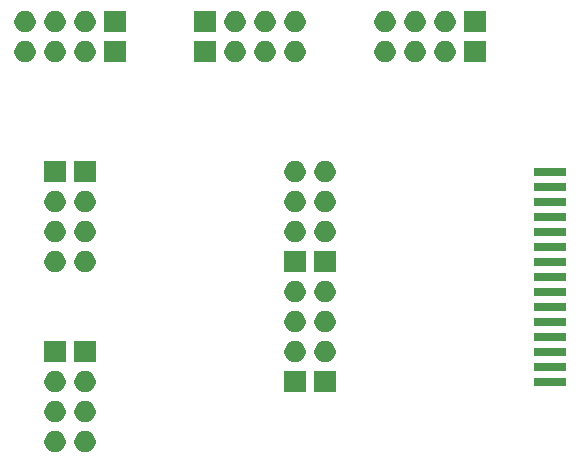
<source format=gbr>
G04 #@! TF.GenerationSoftware,KiCad,Pcbnew,(5.1.5)-3*
G04 #@! TF.CreationDate,2020-01-25T21:01:36+03:00*
G04 #@! TF.ProjectId,Casio VX Debug Unit,43617369-6f20-4565-9820-446562756720,rev?*
G04 #@! TF.SameCoordinates,Original*
G04 #@! TF.FileFunction,Soldermask,Bot*
G04 #@! TF.FilePolarity,Negative*
%FSLAX46Y46*%
G04 Gerber Fmt 4.6, Leading zero omitted, Abs format (unit mm)*
G04 Created by KiCad (PCBNEW (5.1.5)-3) date 2020-01-25 21:01:36*
%MOMM*%
%LPD*%
G04 APERTURE LIST*
%ADD10C,0.100000*%
G04 APERTURE END LIST*
D10*
G36*
X177913512Y-123563927D02*
G01*
X178062812Y-123593624D01*
X178226784Y-123661544D01*
X178374354Y-123760147D01*
X178499853Y-123885646D01*
X178598456Y-124033216D01*
X178666376Y-124197188D01*
X178701000Y-124371259D01*
X178701000Y-124548741D01*
X178666376Y-124722812D01*
X178598456Y-124886784D01*
X178499853Y-125034354D01*
X178374354Y-125159853D01*
X178226784Y-125258456D01*
X178062812Y-125326376D01*
X177913512Y-125356073D01*
X177888742Y-125361000D01*
X177711258Y-125361000D01*
X177686488Y-125356073D01*
X177537188Y-125326376D01*
X177373216Y-125258456D01*
X177225646Y-125159853D01*
X177100147Y-125034354D01*
X177001544Y-124886784D01*
X176933624Y-124722812D01*
X176899000Y-124548741D01*
X176899000Y-124371259D01*
X176933624Y-124197188D01*
X177001544Y-124033216D01*
X177100147Y-123885646D01*
X177225646Y-123760147D01*
X177373216Y-123661544D01*
X177537188Y-123593624D01*
X177686488Y-123563927D01*
X177711258Y-123559000D01*
X177888742Y-123559000D01*
X177913512Y-123563927D01*
G37*
G36*
X175373512Y-123563927D02*
G01*
X175522812Y-123593624D01*
X175686784Y-123661544D01*
X175834354Y-123760147D01*
X175959853Y-123885646D01*
X176058456Y-124033216D01*
X176126376Y-124197188D01*
X176161000Y-124371259D01*
X176161000Y-124548741D01*
X176126376Y-124722812D01*
X176058456Y-124886784D01*
X175959853Y-125034354D01*
X175834354Y-125159853D01*
X175686784Y-125258456D01*
X175522812Y-125326376D01*
X175373512Y-125356073D01*
X175348742Y-125361000D01*
X175171258Y-125361000D01*
X175146488Y-125356073D01*
X174997188Y-125326376D01*
X174833216Y-125258456D01*
X174685646Y-125159853D01*
X174560147Y-125034354D01*
X174461544Y-124886784D01*
X174393624Y-124722812D01*
X174359000Y-124548741D01*
X174359000Y-124371259D01*
X174393624Y-124197188D01*
X174461544Y-124033216D01*
X174560147Y-123885646D01*
X174685646Y-123760147D01*
X174833216Y-123661544D01*
X174997188Y-123593624D01*
X175146488Y-123563927D01*
X175171258Y-123559000D01*
X175348742Y-123559000D01*
X175373512Y-123563927D01*
G37*
G36*
X177913512Y-121023927D02*
G01*
X178062812Y-121053624D01*
X178226784Y-121121544D01*
X178374354Y-121220147D01*
X178499853Y-121345646D01*
X178598456Y-121493216D01*
X178666376Y-121657188D01*
X178701000Y-121831259D01*
X178701000Y-122008741D01*
X178666376Y-122182812D01*
X178598456Y-122346784D01*
X178499853Y-122494354D01*
X178374354Y-122619853D01*
X178226784Y-122718456D01*
X178062812Y-122786376D01*
X177913512Y-122816073D01*
X177888742Y-122821000D01*
X177711258Y-122821000D01*
X177686488Y-122816073D01*
X177537188Y-122786376D01*
X177373216Y-122718456D01*
X177225646Y-122619853D01*
X177100147Y-122494354D01*
X177001544Y-122346784D01*
X176933624Y-122182812D01*
X176899000Y-122008741D01*
X176899000Y-121831259D01*
X176933624Y-121657188D01*
X177001544Y-121493216D01*
X177100147Y-121345646D01*
X177225646Y-121220147D01*
X177373216Y-121121544D01*
X177537188Y-121053624D01*
X177686488Y-121023927D01*
X177711258Y-121019000D01*
X177888742Y-121019000D01*
X177913512Y-121023927D01*
G37*
G36*
X175373512Y-121023927D02*
G01*
X175522812Y-121053624D01*
X175686784Y-121121544D01*
X175834354Y-121220147D01*
X175959853Y-121345646D01*
X176058456Y-121493216D01*
X176126376Y-121657188D01*
X176161000Y-121831259D01*
X176161000Y-122008741D01*
X176126376Y-122182812D01*
X176058456Y-122346784D01*
X175959853Y-122494354D01*
X175834354Y-122619853D01*
X175686784Y-122718456D01*
X175522812Y-122786376D01*
X175373512Y-122816073D01*
X175348742Y-122821000D01*
X175171258Y-122821000D01*
X175146488Y-122816073D01*
X174997188Y-122786376D01*
X174833216Y-122718456D01*
X174685646Y-122619853D01*
X174560147Y-122494354D01*
X174461544Y-122346784D01*
X174393624Y-122182812D01*
X174359000Y-122008741D01*
X174359000Y-121831259D01*
X174393624Y-121657188D01*
X174461544Y-121493216D01*
X174560147Y-121345646D01*
X174685646Y-121220147D01*
X174833216Y-121121544D01*
X174997188Y-121053624D01*
X175146488Y-121023927D01*
X175171258Y-121019000D01*
X175348742Y-121019000D01*
X175373512Y-121023927D01*
G37*
G36*
X196481000Y-120281000D02*
G01*
X194679000Y-120281000D01*
X194679000Y-118479000D01*
X196481000Y-118479000D01*
X196481000Y-120281000D01*
G37*
G36*
X177913512Y-118483927D02*
G01*
X178062812Y-118513624D01*
X178226784Y-118581544D01*
X178374354Y-118680147D01*
X178499853Y-118805646D01*
X178598456Y-118953216D01*
X178666376Y-119117188D01*
X178701000Y-119291259D01*
X178701000Y-119468741D01*
X178666376Y-119642812D01*
X178598456Y-119806784D01*
X178499853Y-119954354D01*
X178374354Y-120079853D01*
X178226784Y-120178456D01*
X178062812Y-120246376D01*
X177913512Y-120276073D01*
X177888742Y-120281000D01*
X177711258Y-120281000D01*
X177686488Y-120276073D01*
X177537188Y-120246376D01*
X177373216Y-120178456D01*
X177225646Y-120079853D01*
X177100147Y-119954354D01*
X177001544Y-119806784D01*
X176933624Y-119642812D01*
X176899000Y-119468741D01*
X176899000Y-119291259D01*
X176933624Y-119117188D01*
X177001544Y-118953216D01*
X177100147Y-118805646D01*
X177225646Y-118680147D01*
X177373216Y-118581544D01*
X177537188Y-118513624D01*
X177686488Y-118483927D01*
X177711258Y-118479000D01*
X177888742Y-118479000D01*
X177913512Y-118483927D01*
G37*
G36*
X175373512Y-118483927D02*
G01*
X175522812Y-118513624D01*
X175686784Y-118581544D01*
X175834354Y-118680147D01*
X175959853Y-118805646D01*
X176058456Y-118953216D01*
X176126376Y-119117188D01*
X176161000Y-119291259D01*
X176161000Y-119468741D01*
X176126376Y-119642812D01*
X176058456Y-119806784D01*
X175959853Y-119954354D01*
X175834354Y-120079853D01*
X175686784Y-120178456D01*
X175522812Y-120246376D01*
X175373512Y-120276073D01*
X175348742Y-120281000D01*
X175171258Y-120281000D01*
X175146488Y-120276073D01*
X174997188Y-120246376D01*
X174833216Y-120178456D01*
X174685646Y-120079853D01*
X174560147Y-119954354D01*
X174461544Y-119806784D01*
X174393624Y-119642812D01*
X174359000Y-119468741D01*
X174359000Y-119291259D01*
X174393624Y-119117188D01*
X174461544Y-118953216D01*
X174560147Y-118805646D01*
X174685646Y-118680147D01*
X174833216Y-118581544D01*
X174997188Y-118513624D01*
X175146488Y-118483927D01*
X175171258Y-118479000D01*
X175348742Y-118479000D01*
X175373512Y-118483927D01*
G37*
G36*
X199021000Y-120281000D02*
G01*
X197219000Y-120281000D01*
X197219000Y-118479000D01*
X199021000Y-118479000D01*
X199021000Y-120281000D01*
G37*
G36*
X218491000Y-119731000D02*
G01*
X215849000Y-119731000D01*
X215849000Y-119029000D01*
X218491000Y-119029000D01*
X218491000Y-119731000D01*
G37*
G36*
X218491000Y-118461000D02*
G01*
X215849000Y-118461000D01*
X215849000Y-117759000D01*
X218491000Y-117759000D01*
X218491000Y-118461000D01*
G37*
G36*
X176161000Y-117741000D02*
G01*
X174359000Y-117741000D01*
X174359000Y-115939000D01*
X176161000Y-115939000D01*
X176161000Y-117741000D01*
G37*
G36*
X195693512Y-115943927D02*
G01*
X195842812Y-115973624D01*
X196006784Y-116041544D01*
X196154354Y-116140147D01*
X196279853Y-116265646D01*
X196378456Y-116413216D01*
X196446376Y-116577188D01*
X196481000Y-116751259D01*
X196481000Y-116928741D01*
X196446376Y-117102812D01*
X196378456Y-117266784D01*
X196279853Y-117414354D01*
X196154354Y-117539853D01*
X196006784Y-117638456D01*
X195842812Y-117706376D01*
X195693512Y-117736073D01*
X195668742Y-117741000D01*
X195491258Y-117741000D01*
X195466488Y-117736073D01*
X195317188Y-117706376D01*
X195153216Y-117638456D01*
X195005646Y-117539853D01*
X194880147Y-117414354D01*
X194781544Y-117266784D01*
X194713624Y-117102812D01*
X194679000Y-116928741D01*
X194679000Y-116751259D01*
X194713624Y-116577188D01*
X194781544Y-116413216D01*
X194880147Y-116265646D01*
X195005646Y-116140147D01*
X195153216Y-116041544D01*
X195317188Y-115973624D01*
X195466488Y-115943927D01*
X195491258Y-115939000D01*
X195668742Y-115939000D01*
X195693512Y-115943927D01*
G37*
G36*
X178701000Y-117741000D02*
G01*
X176899000Y-117741000D01*
X176899000Y-115939000D01*
X178701000Y-115939000D01*
X178701000Y-117741000D01*
G37*
G36*
X198233512Y-115943927D02*
G01*
X198382812Y-115973624D01*
X198546784Y-116041544D01*
X198694354Y-116140147D01*
X198819853Y-116265646D01*
X198918456Y-116413216D01*
X198986376Y-116577188D01*
X199021000Y-116751259D01*
X199021000Y-116928741D01*
X198986376Y-117102812D01*
X198918456Y-117266784D01*
X198819853Y-117414354D01*
X198694354Y-117539853D01*
X198546784Y-117638456D01*
X198382812Y-117706376D01*
X198233512Y-117736073D01*
X198208742Y-117741000D01*
X198031258Y-117741000D01*
X198006488Y-117736073D01*
X197857188Y-117706376D01*
X197693216Y-117638456D01*
X197545646Y-117539853D01*
X197420147Y-117414354D01*
X197321544Y-117266784D01*
X197253624Y-117102812D01*
X197219000Y-116928741D01*
X197219000Y-116751259D01*
X197253624Y-116577188D01*
X197321544Y-116413216D01*
X197420147Y-116265646D01*
X197545646Y-116140147D01*
X197693216Y-116041544D01*
X197857188Y-115973624D01*
X198006488Y-115943927D01*
X198031258Y-115939000D01*
X198208742Y-115939000D01*
X198233512Y-115943927D01*
G37*
G36*
X218491000Y-117191000D02*
G01*
X215849000Y-117191000D01*
X215849000Y-116489000D01*
X218491000Y-116489000D01*
X218491000Y-117191000D01*
G37*
G36*
X218491000Y-115921000D02*
G01*
X215849000Y-115921000D01*
X215849000Y-115219000D01*
X218491000Y-115219000D01*
X218491000Y-115921000D01*
G37*
G36*
X198233512Y-113403927D02*
G01*
X198382812Y-113433624D01*
X198546784Y-113501544D01*
X198694354Y-113600147D01*
X198819853Y-113725646D01*
X198918456Y-113873216D01*
X198986376Y-114037188D01*
X199021000Y-114211259D01*
X199021000Y-114388741D01*
X198986376Y-114562812D01*
X198918456Y-114726784D01*
X198819853Y-114874354D01*
X198694354Y-114999853D01*
X198546784Y-115098456D01*
X198382812Y-115166376D01*
X198233512Y-115196073D01*
X198208742Y-115201000D01*
X198031258Y-115201000D01*
X198006488Y-115196073D01*
X197857188Y-115166376D01*
X197693216Y-115098456D01*
X197545646Y-114999853D01*
X197420147Y-114874354D01*
X197321544Y-114726784D01*
X197253624Y-114562812D01*
X197219000Y-114388741D01*
X197219000Y-114211259D01*
X197253624Y-114037188D01*
X197321544Y-113873216D01*
X197420147Y-113725646D01*
X197545646Y-113600147D01*
X197693216Y-113501544D01*
X197857188Y-113433624D01*
X198006488Y-113403927D01*
X198031258Y-113399000D01*
X198208742Y-113399000D01*
X198233512Y-113403927D01*
G37*
G36*
X195693512Y-113403927D02*
G01*
X195842812Y-113433624D01*
X196006784Y-113501544D01*
X196154354Y-113600147D01*
X196279853Y-113725646D01*
X196378456Y-113873216D01*
X196446376Y-114037188D01*
X196481000Y-114211259D01*
X196481000Y-114388741D01*
X196446376Y-114562812D01*
X196378456Y-114726784D01*
X196279853Y-114874354D01*
X196154354Y-114999853D01*
X196006784Y-115098456D01*
X195842812Y-115166376D01*
X195693512Y-115196073D01*
X195668742Y-115201000D01*
X195491258Y-115201000D01*
X195466488Y-115196073D01*
X195317188Y-115166376D01*
X195153216Y-115098456D01*
X195005646Y-114999853D01*
X194880147Y-114874354D01*
X194781544Y-114726784D01*
X194713624Y-114562812D01*
X194679000Y-114388741D01*
X194679000Y-114211259D01*
X194713624Y-114037188D01*
X194781544Y-113873216D01*
X194880147Y-113725646D01*
X195005646Y-113600147D01*
X195153216Y-113501544D01*
X195317188Y-113433624D01*
X195466488Y-113403927D01*
X195491258Y-113399000D01*
X195668742Y-113399000D01*
X195693512Y-113403927D01*
G37*
G36*
X218491000Y-114651000D02*
G01*
X215849000Y-114651000D01*
X215849000Y-113949000D01*
X218491000Y-113949000D01*
X218491000Y-114651000D01*
G37*
G36*
X218491000Y-113381000D02*
G01*
X215849000Y-113381000D01*
X215849000Y-112679000D01*
X218491000Y-112679000D01*
X218491000Y-113381000D01*
G37*
G36*
X195693512Y-110863927D02*
G01*
X195842812Y-110893624D01*
X196006784Y-110961544D01*
X196154354Y-111060147D01*
X196279853Y-111185646D01*
X196378456Y-111333216D01*
X196446376Y-111497188D01*
X196481000Y-111671259D01*
X196481000Y-111848741D01*
X196446376Y-112022812D01*
X196378456Y-112186784D01*
X196279853Y-112334354D01*
X196154354Y-112459853D01*
X196006784Y-112558456D01*
X195842812Y-112626376D01*
X195693512Y-112656073D01*
X195668742Y-112661000D01*
X195491258Y-112661000D01*
X195466488Y-112656073D01*
X195317188Y-112626376D01*
X195153216Y-112558456D01*
X195005646Y-112459853D01*
X194880147Y-112334354D01*
X194781544Y-112186784D01*
X194713624Y-112022812D01*
X194679000Y-111848741D01*
X194679000Y-111671259D01*
X194713624Y-111497188D01*
X194781544Y-111333216D01*
X194880147Y-111185646D01*
X195005646Y-111060147D01*
X195153216Y-110961544D01*
X195317188Y-110893624D01*
X195466488Y-110863927D01*
X195491258Y-110859000D01*
X195668742Y-110859000D01*
X195693512Y-110863927D01*
G37*
G36*
X198233512Y-110863927D02*
G01*
X198382812Y-110893624D01*
X198546784Y-110961544D01*
X198694354Y-111060147D01*
X198819853Y-111185646D01*
X198918456Y-111333216D01*
X198986376Y-111497188D01*
X199021000Y-111671259D01*
X199021000Y-111848741D01*
X198986376Y-112022812D01*
X198918456Y-112186784D01*
X198819853Y-112334354D01*
X198694354Y-112459853D01*
X198546784Y-112558456D01*
X198382812Y-112626376D01*
X198233512Y-112656073D01*
X198208742Y-112661000D01*
X198031258Y-112661000D01*
X198006488Y-112656073D01*
X197857188Y-112626376D01*
X197693216Y-112558456D01*
X197545646Y-112459853D01*
X197420147Y-112334354D01*
X197321544Y-112186784D01*
X197253624Y-112022812D01*
X197219000Y-111848741D01*
X197219000Y-111671259D01*
X197253624Y-111497188D01*
X197321544Y-111333216D01*
X197420147Y-111185646D01*
X197545646Y-111060147D01*
X197693216Y-110961544D01*
X197857188Y-110893624D01*
X198006488Y-110863927D01*
X198031258Y-110859000D01*
X198208742Y-110859000D01*
X198233512Y-110863927D01*
G37*
G36*
X218491000Y-112111000D02*
G01*
X215849000Y-112111000D01*
X215849000Y-111409000D01*
X218491000Y-111409000D01*
X218491000Y-112111000D01*
G37*
G36*
X218491000Y-110841000D02*
G01*
X215849000Y-110841000D01*
X215849000Y-110139000D01*
X218491000Y-110139000D01*
X218491000Y-110841000D01*
G37*
G36*
X196481000Y-110121000D02*
G01*
X194679000Y-110121000D01*
X194679000Y-108319000D01*
X196481000Y-108319000D01*
X196481000Y-110121000D01*
G37*
G36*
X199021000Y-110121000D02*
G01*
X197219000Y-110121000D01*
X197219000Y-108319000D01*
X199021000Y-108319000D01*
X199021000Y-110121000D01*
G37*
G36*
X177913512Y-108323927D02*
G01*
X178062812Y-108353624D01*
X178226784Y-108421544D01*
X178374354Y-108520147D01*
X178499853Y-108645646D01*
X178598456Y-108793216D01*
X178666376Y-108957188D01*
X178701000Y-109131259D01*
X178701000Y-109308741D01*
X178666376Y-109482812D01*
X178598456Y-109646784D01*
X178499853Y-109794354D01*
X178374354Y-109919853D01*
X178226784Y-110018456D01*
X178062812Y-110086376D01*
X177913512Y-110116073D01*
X177888742Y-110121000D01*
X177711258Y-110121000D01*
X177686488Y-110116073D01*
X177537188Y-110086376D01*
X177373216Y-110018456D01*
X177225646Y-109919853D01*
X177100147Y-109794354D01*
X177001544Y-109646784D01*
X176933624Y-109482812D01*
X176899000Y-109308741D01*
X176899000Y-109131259D01*
X176933624Y-108957188D01*
X177001544Y-108793216D01*
X177100147Y-108645646D01*
X177225646Y-108520147D01*
X177373216Y-108421544D01*
X177537188Y-108353624D01*
X177686488Y-108323927D01*
X177711258Y-108319000D01*
X177888742Y-108319000D01*
X177913512Y-108323927D01*
G37*
G36*
X175373512Y-108323927D02*
G01*
X175522812Y-108353624D01*
X175686784Y-108421544D01*
X175834354Y-108520147D01*
X175959853Y-108645646D01*
X176058456Y-108793216D01*
X176126376Y-108957188D01*
X176161000Y-109131259D01*
X176161000Y-109308741D01*
X176126376Y-109482812D01*
X176058456Y-109646784D01*
X175959853Y-109794354D01*
X175834354Y-109919853D01*
X175686784Y-110018456D01*
X175522812Y-110086376D01*
X175373512Y-110116073D01*
X175348742Y-110121000D01*
X175171258Y-110121000D01*
X175146488Y-110116073D01*
X174997188Y-110086376D01*
X174833216Y-110018456D01*
X174685646Y-109919853D01*
X174560147Y-109794354D01*
X174461544Y-109646784D01*
X174393624Y-109482812D01*
X174359000Y-109308741D01*
X174359000Y-109131259D01*
X174393624Y-108957188D01*
X174461544Y-108793216D01*
X174560147Y-108645646D01*
X174685646Y-108520147D01*
X174833216Y-108421544D01*
X174997188Y-108353624D01*
X175146488Y-108323927D01*
X175171258Y-108319000D01*
X175348742Y-108319000D01*
X175373512Y-108323927D01*
G37*
G36*
X218491000Y-109571000D02*
G01*
X215849000Y-109571000D01*
X215849000Y-108869000D01*
X218491000Y-108869000D01*
X218491000Y-109571000D01*
G37*
G36*
X218491000Y-108301000D02*
G01*
X215849000Y-108301000D01*
X215849000Y-107599000D01*
X218491000Y-107599000D01*
X218491000Y-108301000D01*
G37*
G36*
X175373512Y-105783927D02*
G01*
X175522812Y-105813624D01*
X175686784Y-105881544D01*
X175834354Y-105980147D01*
X175959853Y-106105646D01*
X176058456Y-106253216D01*
X176126376Y-106417188D01*
X176161000Y-106591259D01*
X176161000Y-106768741D01*
X176126376Y-106942812D01*
X176058456Y-107106784D01*
X175959853Y-107254354D01*
X175834354Y-107379853D01*
X175686784Y-107478456D01*
X175522812Y-107546376D01*
X175373512Y-107576073D01*
X175348742Y-107581000D01*
X175171258Y-107581000D01*
X175146488Y-107576073D01*
X174997188Y-107546376D01*
X174833216Y-107478456D01*
X174685646Y-107379853D01*
X174560147Y-107254354D01*
X174461544Y-107106784D01*
X174393624Y-106942812D01*
X174359000Y-106768741D01*
X174359000Y-106591259D01*
X174393624Y-106417188D01*
X174461544Y-106253216D01*
X174560147Y-106105646D01*
X174685646Y-105980147D01*
X174833216Y-105881544D01*
X174997188Y-105813624D01*
X175146488Y-105783927D01*
X175171258Y-105779000D01*
X175348742Y-105779000D01*
X175373512Y-105783927D01*
G37*
G36*
X177913512Y-105783927D02*
G01*
X178062812Y-105813624D01*
X178226784Y-105881544D01*
X178374354Y-105980147D01*
X178499853Y-106105646D01*
X178598456Y-106253216D01*
X178666376Y-106417188D01*
X178701000Y-106591259D01*
X178701000Y-106768741D01*
X178666376Y-106942812D01*
X178598456Y-107106784D01*
X178499853Y-107254354D01*
X178374354Y-107379853D01*
X178226784Y-107478456D01*
X178062812Y-107546376D01*
X177913512Y-107576073D01*
X177888742Y-107581000D01*
X177711258Y-107581000D01*
X177686488Y-107576073D01*
X177537188Y-107546376D01*
X177373216Y-107478456D01*
X177225646Y-107379853D01*
X177100147Y-107254354D01*
X177001544Y-107106784D01*
X176933624Y-106942812D01*
X176899000Y-106768741D01*
X176899000Y-106591259D01*
X176933624Y-106417188D01*
X177001544Y-106253216D01*
X177100147Y-106105646D01*
X177225646Y-105980147D01*
X177373216Y-105881544D01*
X177537188Y-105813624D01*
X177686488Y-105783927D01*
X177711258Y-105779000D01*
X177888742Y-105779000D01*
X177913512Y-105783927D01*
G37*
G36*
X198233512Y-105783927D02*
G01*
X198382812Y-105813624D01*
X198546784Y-105881544D01*
X198694354Y-105980147D01*
X198819853Y-106105646D01*
X198918456Y-106253216D01*
X198986376Y-106417188D01*
X199021000Y-106591259D01*
X199021000Y-106768741D01*
X198986376Y-106942812D01*
X198918456Y-107106784D01*
X198819853Y-107254354D01*
X198694354Y-107379853D01*
X198546784Y-107478456D01*
X198382812Y-107546376D01*
X198233512Y-107576073D01*
X198208742Y-107581000D01*
X198031258Y-107581000D01*
X198006488Y-107576073D01*
X197857188Y-107546376D01*
X197693216Y-107478456D01*
X197545646Y-107379853D01*
X197420147Y-107254354D01*
X197321544Y-107106784D01*
X197253624Y-106942812D01*
X197219000Y-106768741D01*
X197219000Y-106591259D01*
X197253624Y-106417188D01*
X197321544Y-106253216D01*
X197420147Y-106105646D01*
X197545646Y-105980147D01*
X197693216Y-105881544D01*
X197857188Y-105813624D01*
X198006488Y-105783927D01*
X198031258Y-105779000D01*
X198208742Y-105779000D01*
X198233512Y-105783927D01*
G37*
G36*
X195693512Y-105783927D02*
G01*
X195842812Y-105813624D01*
X196006784Y-105881544D01*
X196154354Y-105980147D01*
X196279853Y-106105646D01*
X196378456Y-106253216D01*
X196446376Y-106417188D01*
X196481000Y-106591259D01*
X196481000Y-106768741D01*
X196446376Y-106942812D01*
X196378456Y-107106784D01*
X196279853Y-107254354D01*
X196154354Y-107379853D01*
X196006784Y-107478456D01*
X195842812Y-107546376D01*
X195693512Y-107576073D01*
X195668742Y-107581000D01*
X195491258Y-107581000D01*
X195466488Y-107576073D01*
X195317188Y-107546376D01*
X195153216Y-107478456D01*
X195005646Y-107379853D01*
X194880147Y-107254354D01*
X194781544Y-107106784D01*
X194713624Y-106942812D01*
X194679000Y-106768741D01*
X194679000Y-106591259D01*
X194713624Y-106417188D01*
X194781544Y-106253216D01*
X194880147Y-106105646D01*
X195005646Y-105980147D01*
X195153216Y-105881544D01*
X195317188Y-105813624D01*
X195466488Y-105783927D01*
X195491258Y-105779000D01*
X195668742Y-105779000D01*
X195693512Y-105783927D01*
G37*
G36*
X218491000Y-107031000D02*
G01*
X215849000Y-107031000D01*
X215849000Y-106329000D01*
X218491000Y-106329000D01*
X218491000Y-107031000D01*
G37*
G36*
X218491000Y-105761000D02*
G01*
X215849000Y-105761000D01*
X215849000Y-105059000D01*
X218491000Y-105059000D01*
X218491000Y-105761000D01*
G37*
G36*
X175373512Y-103243927D02*
G01*
X175522812Y-103273624D01*
X175686784Y-103341544D01*
X175834354Y-103440147D01*
X175959853Y-103565646D01*
X176058456Y-103713216D01*
X176126376Y-103877188D01*
X176161000Y-104051259D01*
X176161000Y-104228741D01*
X176126376Y-104402812D01*
X176058456Y-104566784D01*
X175959853Y-104714354D01*
X175834354Y-104839853D01*
X175686784Y-104938456D01*
X175522812Y-105006376D01*
X175373512Y-105036073D01*
X175348742Y-105041000D01*
X175171258Y-105041000D01*
X175146488Y-105036073D01*
X174997188Y-105006376D01*
X174833216Y-104938456D01*
X174685646Y-104839853D01*
X174560147Y-104714354D01*
X174461544Y-104566784D01*
X174393624Y-104402812D01*
X174359000Y-104228741D01*
X174359000Y-104051259D01*
X174393624Y-103877188D01*
X174461544Y-103713216D01*
X174560147Y-103565646D01*
X174685646Y-103440147D01*
X174833216Y-103341544D01*
X174997188Y-103273624D01*
X175146488Y-103243927D01*
X175171258Y-103239000D01*
X175348742Y-103239000D01*
X175373512Y-103243927D01*
G37*
G36*
X177913512Y-103243927D02*
G01*
X178062812Y-103273624D01*
X178226784Y-103341544D01*
X178374354Y-103440147D01*
X178499853Y-103565646D01*
X178598456Y-103713216D01*
X178666376Y-103877188D01*
X178701000Y-104051259D01*
X178701000Y-104228741D01*
X178666376Y-104402812D01*
X178598456Y-104566784D01*
X178499853Y-104714354D01*
X178374354Y-104839853D01*
X178226784Y-104938456D01*
X178062812Y-105006376D01*
X177913512Y-105036073D01*
X177888742Y-105041000D01*
X177711258Y-105041000D01*
X177686488Y-105036073D01*
X177537188Y-105006376D01*
X177373216Y-104938456D01*
X177225646Y-104839853D01*
X177100147Y-104714354D01*
X177001544Y-104566784D01*
X176933624Y-104402812D01*
X176899000Y-104228741D01*
X176899000Y-104051259D01*
X176933624Y-103877188D01*
X177001544Y-103713216D01*
X177100147Y-103565646D01*
X177225646Y-103440147D01*
X177373216Y-103341544D01*
X177537188Y-103273624D01*
X177686488Y-103243927D01*
X177711258Y-103239000D01*
X177888742Y-103239000D01*
X177913512Y-103243927D01*
G37*
G36*
X195693512Y-103243927D02*
G01*
X195842812Y-103273624D01*
X196006784Y-103341544D01*
X196154354Y-103440147D01*
X196279853Y-103565646D01*
X196378456Y-103713216D01*
X196446376Y-103877188D01*
X196481000Y-104051259D01*
X196481000Y-104228741D01*
X196446376Y-104402812D01*
X196378456Y-104566784D01*
X196279853Y-104714354D01*
X196154354Y-104839853D01*
X196006784Y-104938456D01*
X195842812Y-105006376D01*
X195693512Y-105036073D01*
X195668742Y-105041000D01*
X195491258Y-105041000D01*
X195466488Y-105036073D01*
X195317188Y-105006376D01*
X195153216Y-104938456D01*
X195005646Y-104839853D01*
X194880147Y-104714354D01*
X194781544Y-104566784D01*
X194713624Y-104402812D01*
X194679000Y-104228741D01*
X194679000Y-104051259D01*
X194713624Y-103877188D01*
X194781544Y-103713216D01*
X194880147Y-103565646D01*
X195005646Y-103440147D01*
X195153216Y-103341544D01*
X195317188Y-103273624D01*
X195466488Y-103243927D01*
X195491258Y-103239000D01*
X195668742Y-103239000D01*
X195693512Y-103243927D01*
G37*
G36*
X198233512Y-103243927D02*
G01*
X198382812Y-103273624D01*
X198546784Y-103341544D01*
X198694354Y-103440147D01*
X198819853Y-103565646D01*
X198918456Y-103713216D01*
X198986376Y-103877188D01*
X199021000Y-104051259D01*
X199021000Y-104228741D01*
X198986376Y-104402812D01*
X198918456Y-104566784D01*
X198819853Y-104714354D01*
X198694354Y-104839853D01*
X198546784Y-104938456D01*
X198382812Y-105006376D01*
X198233512Y-105036073D01*
X198208742Y-105041000D01*
X198031258Y-105041000D01*
X198006488Y-105036073D01*
X197857188Y-105006376D01*
X197693216Y-104938456D01*
X197545646Y-104839853D01*
X197420147Y-104714354D01*
X197321544Y-104566784D01*
X197253624Y-104402812D01*
X197219000Y-104228741D01*
X197219000Y-104051259D01*
X197253624Y-103877188D01*
X197321544Y-103713216D01*
X197420147Y-103565646D01*
X197545646Y-103440147D01*
X197693216Y-103341544D01*
X197857188Y-103273624D01*
X198006488Y-103243927D01*
X198031258Y-103239000D01*
X198208742Y-103239000D01*
X198233512Y-103243927D01*
G37*
G36*
X218491000Y-104491000D02*
G01*
X215849000Y-104491000D01*
X215849000Y-103789000D01*
X218491000Y-103789000D01*
X218491000Y-104491000D01*
G37*
G36*
X218491000Y-103221000D02*
G01*
X215849000Y-103221000D01*
X215849000Y-102519000D01*
X218491000Y-102519000D01*
X218491000Y-103221000D01*
G37*
G36*
X178701000Y-102501000D02*
G01*
X176899000Y-102501000D01*
X176899000Y-100699000D01*
X178701000Y-100699000D01*
X178701000Y-102501000D01*
G37*
G36*
X176161000Y-102501000D02*
G01*
X174359000Y-102501000D01*
X174359000Y-100699000D01*
X176161000Y-100699000D01*
X176161000Y-102501000D01*
G37*
G36*
X195693512Y-100703927D02*
G01*
X195842812Y-100733624D01*
X196006784Y-100801544D01*
X196154354Y-100900147D01*
X196279853Y-101025646D01*
X196378456Y-101173216D01*
X196446376Y-101337188D01*
X196481000Y-101511259D01*
X196481000Y-101688741D01*
X196446376Y-101862812D01*
X196378456Y-102026784D01*
X196279853Y-102174354D01*
X196154354Y-102299853D01*
X196006784Y-102398456D01*
X195842812Y-102466376D01*
X195693512Y-102496073D01*
X195668742Y-102501000D01*
X195491258Y-102501000D01*
X195466488Y-102496073D01*
X195317188Y-102466376D01*
X195153216Y-102398456D01*
X195005646Y-102299853D01*
X194880147Y-102174354D01*
X194781544Y-102026784D01*
X194713624Y-101862812D01*
X194679000Y-101688741D01*
X194679000Y-101511259D01*
X194713624Y-101337188D01*
X194781544Y-101173216D01*
X194880147Y-101025646D01*
X195005646Y-100900147D01*
X195153216Y-100801544D01*
X195317188Y-100733624D01*
X195466488Y-100703927D01*
X195491258Y-100699000D01*
X195668742Y-100699000D01*
X195693512Y-100703927D01*
G37*
G36*
X198233512Y-100703927D02*
G01*
X198382812Y-100733624D01*
X198546784Y-100801544D01*
X198694354Y-100900147D01*
X198819853Y-101025646D01*
X198918456Y-101173216D01*
X198986376Y-101337188D01*
X199021000Y-101511259D01*
X199021000Y-101688741D01*
X198986376Y-101862812D01*
X198918456Y-102026784D01*
X198819853Y-102174354D01*
X198694354Y-102299853D01*
X198546784Y-102398456D01*
X198382812Y-102466376D01*
X198233512Y-102496073D01*
X198208742Y-102501000D01*
X198031258Y-102501000D01*
X198006488Y-102496073D01*
X197857188Y-102466376D01*
X197693216Y-102398456D01*
X197545646Y-102299853D01*
X197420147Y-102174354D01*
X197321544Y-102026784D01*
X197253624Y-101862812D01*
X197219000Y-101688741D01*
X197219000Y-101511259D01*
X197253624Y-101337188D01*
X197321544Y-101173216D01*
X197420147Y-101025646D01*
X197545646Y-100900147D01*
X197693216Y-100801544D01*
X197857188Y-100733624D01*
X198006488Y-100703927D01*
X198031258Y-100699000D01*
X198208742Y-100699000D01*
X198233512Y-100703927D01*
G37*
G36*
X218491000Y-101951000D02*
G01*
X215849000Y-101951000D01*
X215849000Y-101249000D01*
X218491000Y-101249000D01*
X218491000Y-101951000D01*
G37*
G36*
X195693512Y-90543927D02*
G01*
X195842812Y-90573624D01*
X196006784Y-90641544D01*
X196154354Y-90740147D01*
X196279853Y-90865646D01*
X196378456Y-91013216D01*
X196446376Y-91177188D01*
X196481000Y-91351259D01*
X196481000Y-91528741D01*
X196446376Y-91702812D01*
X196378456Y-91866784D01*
X196279853Y-92014354D01*
X196154354Y-92139853D01*
X196006784Y-92238456D01*
X195842812Y-92306376D01*
X195693512Y-92336073D01*
X195668742Y-92341000D01*
X195491258Y-92341000D01*
X195466488Y-92336073D01*
X195317188Y-92306376D01*
X195153216Y-92238456D01*
X195005646Y-92139853D01*
X194880147Y-92014354D01*
X194781544Y-91866784D01*
X194713624Y-91702812D01*
X194679000Y-91528741D01*
X194679000Y-91351259D01*
X194713624Y-91177188D01*
X194781544Y-91013216D01*
X194880147Y-90865646D01*
X195005646Y-90740147D01*
X195153216Y-90641544D01*
X195317188Y-90573624D01*
X195466488Y-90543927D01*
X195491258Y-90539000D01*
X195668742Y-90539000D01*
X195693512Y-90543927D01*
G37*
G36*
X193153512Y-90543927D02*
G01*
X193302812Y-90573624D01*
X193466784Y-90641544D01*
X193614354Y-90740147D01*
X193739853Y-90865646D01*
X193838456Y-91013216D01*
X193906376Y-91177188D01*
X193941000Y-91351259D01*
X193941000Y-91528741D01*
X193906376Y-91702812D01*
X193838456Y-91866784D01*
X193739853Y-92014354D01*
X193614354Y-92139853D01*
X193466784Y-92238456D01*
X193302812Y-92306376D01*
X193153512Y-92336073D01*
X193128742Y-92341000D01*
X192951258Y-92341000D01*
X192926488Y-92336073D01*
X192777188Y-92306376D01*
X192613216Y-92238456D01*
X192465646Y-92139853D01*
X192340147Y-92014354D01*
X192241544Y-91866784D01*
X192173624Y-91702812D01*
X192139000Y-91528741D01*
X192139000Y-91351259D01*
X192173624Y-91177188D01*
X192241544Y-91013216D01*
X192340147Y-90865646D01*
X192465646Y-90740147D01*
X192613216Y-90641544D01*
X192777188Y-90573624D01*
X192926488Y-90543927D01*
X192951258Y-90539000D01*
X193128742Y-90539000D01*
X193153512Y-90543927D01*
G37*
G36*
X190613512Y-90543927D02*
G01*
X190762812Y-90573624D01*
X190926784Y-90641544D01*
X191074354Y-90740147D01*
X191199853Y-90865646D01*
X191298456Y-91013216D01*
X191366376Y-91177188D01*
X191401000Y-91351259D01*
X191401000Y-91528741D01*
X191366376Y-91702812D01*
X191298456Y-91866784D01*
X191199853Y-92014354D01*
X191074354Y-92139853D01*
X190926784Y-92238456D01*
X190762812Y-92306376D01*
X190613512Y-92336073D01*
X190588742Y-92341000D01*
X190411258Y-92341000D01*
X190386488Y-92336073D01*
X190237188Y-92306376D01*
X190073216Y-92238456D01*
X189925646Y-92139853D01*
X189800147Y-92014354D01*
X189701544Y-91866784D01*
X189633624Y-91702812D01*
X189599000Y-91528741D01*
X189599000Y-91351259D01*
X189633624Y-91177188D01*
X189701544Y-91013216D01*
X189800147Y-90865646D01*
X189925646Y-90740147D01*
X190073216Y-90641544D01*
X190237188Y-90573624D01*
X190386488Y-90543927D01*
X190411258Y-90539000D01*
X190588742Y-90539000D01*
X190613512Y-90543927D01*
G37*
G36*
X175373512Y-90543927D02*
G01*
X175522812Y-90573624D01*
X175686784Y-90641544D01*
X175834354Y-90740147D01*
X175959853Y-90865646D01*
X176058456Y-91013216D01*
X176126376Y-91177188D01*
X176161000Y-91351259D01*
X176161000Y-91528741D01*
X176126376Y-91702812D01*
X176058456Y-91866784D01*
X175959853Y-92014354D01*
X175834354Y-92139853D01*
X175686784Y-92238456D01*
X175522812Y-92306376D01*
X175373512Y-92336073D01*
X175348742Y-92341000D01*
X175171258Y-92341000D01*
X175146488Y-92336073D01*
X174997188Y-92306376D01*
X174833216Y-92238456D01*
X174685646Y-92139853D01*
X174560147Y-92014354D01*
X174461544Y-91866784D01*
X174393624Y-91702812D01*
X174359000Y-91528741D01*
X174359000Y-91351259D01*
X174393624Y-91177188D01*
X174461544Y-91013216D01*
X174560147Y-90865646D01*
X174685646Y-90740147D01*
X174833216Y-90641544D01*
X174997188Y-90573624D01*
X175146488Y-90543927D01*
X175171258Y-90539000D01*
X175348742Y-90539000D01*
X175373512Y-90543927D01*
G37*
G36*
X177913512Y-90543927D02*
G01*
X178062812Y-90573624D01*
X178226784Y-90641544D01*
X178374354Y-90740147D01*
X178499853Y-90865646D01*
X178598456Y-91013216D01*
X178666376Y-91177188D01*
X178701000Y-91351259D01*
X178701000Y-91528741D01*
X178666376Y-91702812D01*
X178598456Y-91866784D01*
X178499853Y-92014354D01*
X178374354Y-92139853D01*
X178226784Y-92238456D01*
X178062812Y-92306376D01*
X177913512Y-92336073D01*
X177888742Y-92341000D01*
X177711258Y-92341000D01*
X177686488Y-92336073D01*
X177537188Y-92306376D01*
X177373216Y-92238456D01*
X177225646Y-92139853D01*
X177100147Y-92014354D01*
X177001544Y-91866784D01*
X176933624Y-91702812D01*
X176899000Y-91528741D01*
X176899000Y-91351259D01*
X176933624Y-91177188D01*
X177001544Y-91013216D01*
X177100147Y-90865646D01*
X177225646Y-90740147D01*
X177373216Y-90641544D01*
X177537188Y-90573624D01*
X177686488Y-90543927D01*
X177711258Y-90539000D01*
X177888742Y-90539000D01*
X177913512Y-90543927D01*
G37*
G36*
X181241000Y-92341000D02*
G01*
X179439000Y-92341000D01*
X179439000Y-90539000D01*
X181241000Y-90539000D01*
X181241000Y-92341000D01*
G37*
G36*
X172833512Y-90543927D02*
G01*
X172982812Y-90573624D01*
X173146784Y-90641544D01*
X173294354Y-90740147D01*
X173419853Y-90865646D01*
X173518456Y-91013216D01*
X173586376Y-91177188D01*
X173621000Y-91351259D01*
X173621000Y-91528741D01*
X173586376Y-91702812D01*
X173518456Y-91866784D01*
X173419853Y-92014354D01*
X173294354Y-92139853D01*
X173146784Y-92238456D01*
X172982812Y-92306376D01*
X172833512Y-92336073D01*
X172808742Y-92341000D01*
X172631258Y-92341000D01*
X172606488Y-92336073D01*
X172457188Y-92306376D01*
X172293216Y-92238456D01*
X172145646Y-92139853D01*
X172020147Y-92014354D01*
X171921544Y-91866784D01*
X171853624Y-91702812D01*
X171819000Y-91528741D01*
X171819000Y-91351259D01*
X171853624Y-91177188D01*
X171921544Y-91013216D01*
X172020147Y-90865646D01*
X172145646Y-90740147D01*
X172293216Y-90641544D01*
X172457188Y-90573624D01*
X172606488Y-90543927D01*
X172631258Y-90539000D01*
X172808742Y-90539000D01*
X172833512Y-90543927D01*
G37*
G36*
X203313512Y-90543927D02*
G01*
X203462812Y-90573624D01*
X203626784Y-90641544D01*
X203774354Y-90740147D01*
X203899853Y-90865646D01*
X203998456Y-91013216D01*
X204066376Y-91177188D01*
X204101000Y-91351259D01*
X204101000Y-91528741D01*
X204066376Y-91702812D01*
X203998456Y-91866784D01*
X203899853Y-92014354D01*
X203774354Y-92139853D01*
X203626784Y-92238456D01*
X203462812Y-92306376D01*
X203313512Y-92336073D01*
X203288742Y-92341000D01*
X203111258Y-92341000D01*
X203086488Y-92336073D01*
X202937188Y-92306376D01*
X202773216Y-92238456D01*
X202625646Y-92139853D01*
X202500147Y-92014354D01*
X202401544Y-91866784D01*
X202333624Y-91702812D01*
X202299000Y-91528741D01*
X202299000Y-91351259D01*
X202333624Y-91177188D01*
X202401544Y-91013216D01*
X202500147Y-90865646D01*
X202625646Y-90740147D01*
X202773216Y-90641544D01*
X202937188Y-90573624D01*
X203086488Y-90543927D01*
X203111258Y-90539000D01*
X203288742Y-90539000D01*
X203313512Y-90543927D01*
G37*
G36*
X205853512Y-90543927D02*
G01*
X206002812Y-90573624D01*
X206166784Y-90641544D01*
X206314354Y-90740147D01*
X206439853Y-90865646D01*
X206538456Y-91013216D01*
X206606376Y-91177188D01*
X206641000Y-91351259D01*
X206641000Y-91528741D01*
X206606376Y-91702812D01*
X206538456Y-91866784D01*
X206439853Y-92014354D01*
X206314354Y-92139853D01*
X206166784Y-92238456D01*
X206002812Y-92306376D01*
X205853512Y-92336073D01*
X205828742Y-92341000D01*
X205651258Y-92341000D01*
X205626488Y-92336073D01*
X205477188Y-92306376D01*
X205313216Y-92238456D01*
X205165646Y-92139853D01*
X205040147Y-92014354D01*
X204941544Y-91866784D01*
X204873624Y-91702812D01*
X204839000Y-91528741D01*
X204839000Y-91351259D01*
X204873624Y-91177188D01*
X204941544Y-91013216D01*
X205040147Y-90865646D01*
X205165646Y-90740147D01*
X205313216Y-90641544D01*
X205477188Y-90573624D01*
X205626488Y-90543927D01*
X205651258Y-90539000D01*
X205828742Y-90539000D01*
X205853512Y-90543927D01*
G37*
G36*
X208393512Y-90543927D02*
G01*
X208542812Y-90573624D01*
X208706784Y-90641544D01*
X208854354Y-90740147D01*
X208979853Y-90865646D01*
X209078456Y-91013216D01*
X209146376Y-91177188D01*
X209181000Y-91351259D01*
X209181000Y-91528741D01*
X209146376Y-91702812D01*
X209078456Y-91866784D01*
X208979853Y-92014354D01*
X208854354Y-92139853D01*
X208706784Y-92238456D01*
X208542812Y-92306376D01*
X208393512Y-92336073D01*
X208368742Y-92341000D01*
X208191258Y-92341000D01*
X208166488Y-92336073D01*
X208017188Y-92306376D01*
X207853216Y-92238456D01*
X207705646Y-92139853D01*
X207580147Y-92014354D01*
X207481544Y-91866784D01*
X207413624Y-91702812D01*
X207379000Y-91528741D01*
X207379000Y-91351259D01*
X207413624Y-91177188D01*
X207481544Y-91013216D01*
X207580147Y-90865646D01*
X207705646Y-90740147D01*
X207853216Y-90641544D01*
X208017188Y-90573624D01*
X208166488Y-90543927D01*
X208191258Y-90539000D01*
X208368742Y-90539000D01*
X208393512Y-90543927D01*
G37*
G36*
X211721000Y-92341000D02*
G01*
X209919000Y-92341000D01*
X209919000Y-90539000D01*
X211721000Y-90539000D01*
X211721000Y-92341000D01*
G37*
G36*
X188861000Y-92341000D02*
G01*
X187059000Y-92341000D01*
X187059000Y-90539000D01*
X188861000Y-90539000D01*
X188861000Y-92341000D01*
G37*
G36*
X190613512Y-88003927D02*
G01*
X190762812Y-88033624D01*
X190926784Y-88101544D01*
X191074354Y-88200147D01*
X191199853Y-88325646D01*
X191298456Y-88473216D01*
X191366376Y-88637188D01*
X191401000Y-88811259D01*
X191401000Y-88988741D01*
X191366376Y-89162812D01*
X191298456Y-89326784D01*
X191199853Y-89474354D01*
X191074354Y-89599853D01*
X190926784Y-89698456D01*
X190762812Y-89766376D01*
X190613512Y-89796073D01*
X190588742Y-89801000D01*
X190411258Y-89801000D01*
X190386488Y-89796073D01*
X190237188Y-89766376D01*
X190073216Y-89698456D01*
X189925646Y-89599853D01*
X189800147Y-89474354D01*
X189701544Y-89326784D01*
X189633624Y-89162812D01*
X189599000Y-88988741D01*
X189599000Y-88811259D01*
X189633624Y-88637188D01*
X189701544Y-88473216D01*
X189800147Y-88325646D01*
X189925646Y-88200147D01*
X190073216Y-88101544D01*
X190237188Y-88033624D01*
X190386488Y-88003927D01*
X190411258Y-87999000D01*
X190588742Y-87999000D01*
X190613512Y-88003927D01*
G37*
G36*
X193153512Y-88003927D02*
G01*
X193302812Y-88033624D01*
X193466784Y-88101544D01*
X193614354Y-88200147D01*
X193739853Y-88325646D01*
X193838456Y-88473216D01*
X193906376Y-88637188D01*
X193941000Y-88811259D01*
X193941000Y-88988741D01*
X193906376Y-89162812D01*
X193838456Y-89326784D01*
X193739853Y-89474354D01*
X193614354Y-89599853D01*
X193466784Y-89698456D01*
X193302812Y-89766376D01*
X193153512Y-89796073D01*
X193128742Y-89801000D01*
X192951258Y-89801000D01*
X192926488Y-89796073D01*
X192777188Y-89766376D01*
X192613216Y-89698456D01*
X192465646Y-89599853D01*
X192340147Y-89474354D01*
X192241544Y-89326784D01*
X192173624Y-89162812D01*
X192139000Y-88988741D01*
X192139000Y-88811259D01*
X192173624Y-88637188D01*
X192241544Y-88473216D01*
X192340147Y-88325646D01*
X192465646Y-88200147D01*
X192613216Y-88101544D01*
X192777188Y-88033624D01*
X192926488Y-88003927D01*
X192951258Y-87999000D01*
X193128742Y-87999000D01*
X193153512Y-88003927D01*
G37*
G36*
X195693512Y-88003927D02*
G01*
X195842812Y-88033624D01*
X196006784Y-88101544D01*
X196154354Y-88200147D01*
X196279853Y-88325646D01*
X196378456Y-88473216D01*
X196446376Y-88637188D01*
X196481000Y-88811259D01*
X196481000Y-88988741D01*
X196446376Y-89162812D01*
X196378456Y-89326784D01*
X196279853Y-89474354D01*
X196154354Y-89599853D01*
X196006784Y-89698456D01*
X195842812Y-89766376D01*
X195693512Y-89796073D01*
X195668742Y-89801000D01*
X195491258Y-89801000D01*
X195466488Y-89796073D01*
X195317188Y-89766376D01*
X195153216Y-89698456D01*
X195005646Y-89599853D01*
X194880147Y-89474354D01*
X194781544Y-89326784D01*
X194713624Y-89162812D01*
X194679000Y-88988741D01*
X194679000Y-88811259D01*
X194713624Y-88637188D01*
X194781544Y-88473216D01*
X194880147Y-88325646D01*
X195005646Y-88200147D01*
X195153216Y-88101544D01*
X195317188Y-88033624D01*
X195466488Y-88003927D01*
X195491258Y-87999000D01*
X195668742Y-87999000D01*
X195693512Y-88003927D01*
G37*
G36*
X188861000Y-89801000D02*
G01*
X187059000Y-89801000D01*
X187059000Y-87999000D01*
X188861000Y-87999000D01*
X188861000Y-89801000D01*
G37*
G36*
X181241000Y-89801000D02*
G01*
X179439000Y-89801000D01*
X179439000Y-87999000D01*
X181241000Y-87999000D01*
X181241000Y-89801000D01*
G37*
G36*
X177913512Y-88003927D02*
G01*
X178062812Y-88033624D01*
X178226784Y-88101544D01*
X178374354Y-88200147D01*
X178499853Y-88325646D01*
X178598456Y-88473216D01*
X178666376Y-88637188D01*
X178701000Y-88811259D01*
X178701000Y-88988741D01*
X178666376Y-89162812D01*
X178598456Y-89326784D01*
X178499853Y-89474354D01*
X178374354Y-89599853D01*
X178226784Y-89698456D01*
X178062812Y-89766376D01*
X177913512Y-89796073D01*
X177888742Y-89801000D01*
X177711258Y-89801000D01*
X177686488Y-89796073D01*
X177537188Y-89766376D01*
X177373216Y-89698456D01*
X177225646Y-89599853D01*
X177100147Y-89474354D01*
X177001544Y-89326784D01*
X176933624Y-89162812D01*
X176899000Y-88988741D01*
X176899000Y-88811259D01*
X176933624Y-88637188D01*
X177001544Y-88473216D01*
X177100147Y-88325646D01*
X177225646Y-88200147D01*
X177373216Y-88101544D01*
X177537188Y-88033624D01*
X177686488Y-88003927D01*
X177711258Y-87999000D01*
X177888742Y-87999000D01*
X177913512Y-88003927D01*
G37*
G36*
X175373512Y-88003927D02*
G01*
X175522812Y-88033624D01*
X175686784Y-88101544D01*
X175834354Y-88200147D01*
X175959853Y-88325646D01*
X176058456Y-88473216D01*
X176126376Y-88637188D01*
X176161000Y-88811259D01*
X176161000Y-88988741D01*
X176126376Y-89162812D01*
X176058456Y-89326784D01*
X175959853Y-89474354D01*
X175834354Y-89599853D01*
X175686784Y-89698456D01*
X175522812Y-89766376D01*
X175373512Y-89796073D01*
X175348742Y-89801000D01*
X175171258Y-89801000D01*
X175146488Y-89796073D01*
X174997188Y-89766376D01*
X174833216Y-89698456D01*
X174685646Y-89599853D01*
X174560147Y-89474354D01*
X174461544Y-89326784D01*
X174393624Y-89162812D01*
X174359000Y-88988741D01*
X174359000Y-88811259D01*
X174393624Y-88637188D01*
X174461544Y-88473216D01*
X174560147Y-88325646D01*
X174685646Y-88200147D01*
X174833216Y-88101544D01*
X174997188Y-88033624D01*
X175146488Y-88003927D01*
X175171258Y-87999000D01*
X175348742Y-87999000D01*
X175373512Y-88003927D01*
G37*
G36*
X203313512Y-88003927D02*
G01*
X203462812Y-88033624D01*
X203626784Y-88101544D01*
X203774354Y-88200147D01*
X203899853Y-88325646D01*
X203998456Y-88473216D01*
X204066376Y-88637188D01*
X204101000Y-88811259D01*
X204101000Y-88988741D01*
X204066376Y-89162812D01*
X203998456Y-89326784D01*
X203899853Y-89474354D01*
X203774354Y-89599853D01*
X203626784Y-89698456D01*
X203462812Y-89766376D01*
X203313512Y-89796073D01*
X203288742Y-89801000D01*
X203111258Y-89801000D01*
X203086488Y-89796073D01*
X202937188Y-89766376D01*
X202773216Y-89698456D01*
X202625646Y-89599853D01*
X202500147Y-89474354D01*
X202401544Y-89326784D01*
X202333624Y-89162812D01*
X202299000Y-88988741D01*
X202299000Y-88811259D01*
X202333624Y-88637188D01*
X202401544Y-88473216D01*
X202500147Y-88325646D01*
X202625646Y-88200147D01*
X202773216Y-88101544D01*
X202937188Y-88033624D01*
X203086488Y-88003927D01*
X203111258Y-87999000D01*
X203288742Y-87999000D01*
X203313512Y-88003927D01*
G37*
G36*
X205853512Y-88003927D02*
G01*
X206002812Y-88033624D01*
X206166784Y-88101544D01*
X206314354Y-88200147D01*
X206439853Y-88325646D01*
X206538456Y-88473216D01*
X206606376Y-88637188D01*
X206641000Y-88811259D01*
X206641000Y-88988741D01*
X206606376Y-89162812D01*
X206538456Y-89326784D01*
X206439853Y-89474354D01*
X206314354Y-89599853D01*
X206166784Y-89698456D01*
X206002812Y-89766376D01*
X205853512Y-89796073D01*
X205828742Y-89801000D01*
X205651258Y-89801000D01*
X205626488Y-89796073D01*
X205477188Y-89766376D01*
X205313216Y-89698456D01*
X205165646Y-89599853D01*
X205040147Y-89474354D01*
X204941544Y-89326784D01*
X204873624Y-89162812D01*
X204839000Y-88988741D01*
X204839000Y-88811259D01*
X204873624Y-88637188D01*
X204941544Y-88473216D01*
X205040147Y-88325646D01*
X205165646Y-88200147D01*
X205313216Y-88101544D01*
X205477188Y-88033624D01*
X205626488Y-88003927D01*
X205651258Y-87999000D01*
X205828742Y-87999000D01*
X205853512Y-88003927D01*
G37*
G36*
X211721000Y-89801000D02*
G01*
X209919000Y-89801000D01*
X209919000Y-87999000D01*
X211721000Y-87999000D01*
X211721000Y-89801000D01*
G37*
G36*
X208393512Y-88003927D02*
G01*
X208542812Y-88033624D01*
X208706784Y-88101544D01*
X208854354Y-88200147D01*
X208979853Y-88325646D01*
X209078456Y-88473216D01*
X209146376Y-88637188D01*
X209181000Y-88811259D01*
X209181000Y-88988741D01*
X209146376Y-89162812D01*
X209078456Y-89326784D01*
X208979853Y-89474354D01*
X208854354Y-89599853D01*
X208706784Y-89698456D01*
X208542812Y-89766376D01*
X208393512Y-89796073D01*
X208368742Y-89801000D01*
X208191258Y-89801000D01*
X208166488Y-89796073D01*
X208017188Y-89766376D01*
X207853216Y-89698456D01*
X207705646Y-89599853D01*
X207580147Y-89474354D01*
X207481544Y-89326784D01*
X207413624Y-89162812D01*
X207379000Y-88988741D01*
X207379000Y-88811259D01*
X207413624Y-88637188D01*
X207481544Y-88473216D01*
X207580147Y-88325646D01*
X207705646Y-88200147D01*
X207853216Y-88101544D01*
X208017188Y-88033624D01*
X208166488Y-88003927D01*
X208191258Y-87999000D01*
X208368742Y-87999000D01*
X208393512Y-88003927D01*
G37*
G36*
X172833512Y-88003927D02*
G01*
X172982812Y-88033624D01*
X173146784Y-88101544D01*
X173294354Y-88200147D01*
X173419853Y-88325646D01*
X173518456Y-88473216D01*
X173586376Y-88637188D01*
X173621000Y-88811259D01*
X173621000Y-88988741D01*
X173586376Y-89162812D01*
X173518456Y-89326784D01*
X173419853Y-89474354D01*
X173294354Y-89599853D01*
X173146784Y-89698456D01*
X172982812Y-89766376D01*
X172833512Y-89796073D01*
X172808742Y-89801000D01*
X172631258Y-89801000D01*
X172606488Y-89796073D01*
X172457188Y-89766376D01*
X172293216Y-89698456D01*
X172145646Y-89599853D01*
X172020147Y-89474354D01*
X171921544Y-89326784D01*
X171853624Y-89162812D01*
X171819000Y-88988741D01*
X171819000Y-88811259D01*
X171853624Y-88637188D01*
X171921544Y-88473216D01*
X172020147Y-88325646D01*
X172145646Y-88200147D01*
X172293216Y-88101544D01*
X172457188Y-88033624D01*
X172606488Y-88003927D01*
X172631258Y-87999000D01*
X172808742Y-87999000D01*
X172833512Y-88003927D01*
G37*
M02*

</source>
